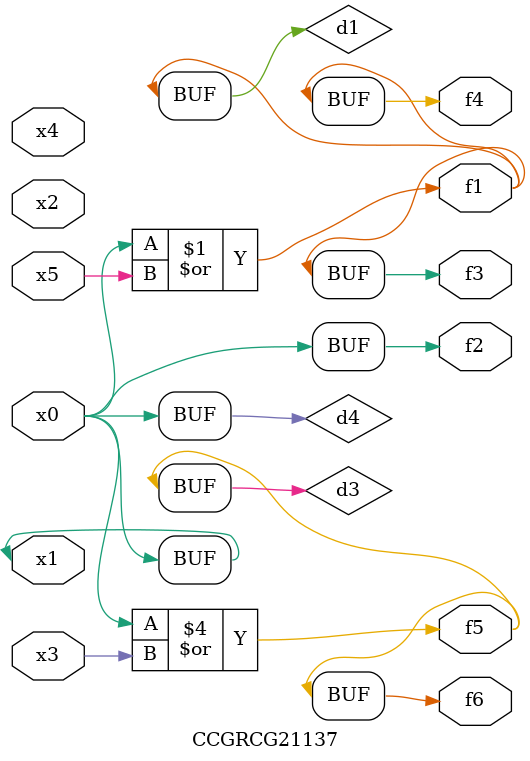
<source format=v>
module CCGRCG21137(
	input x0, x1, x2, x3, x4, x5,
	output f1, f2, f3, f4, f5, f6
);

	wire d1, d2, d3, d4;

	or (d1, x0, x5);
	xnor (d2, x1, x4);
	or (d3, x0, x3);
	buf (d4, x0, x1);
	assign f1 = d1;
	assign f2 = d4;
	assign f3 = d1;
	assign f4 = d1;
	assign f5 = d3;
	assign f6 = d3;
endmodule

</source>
